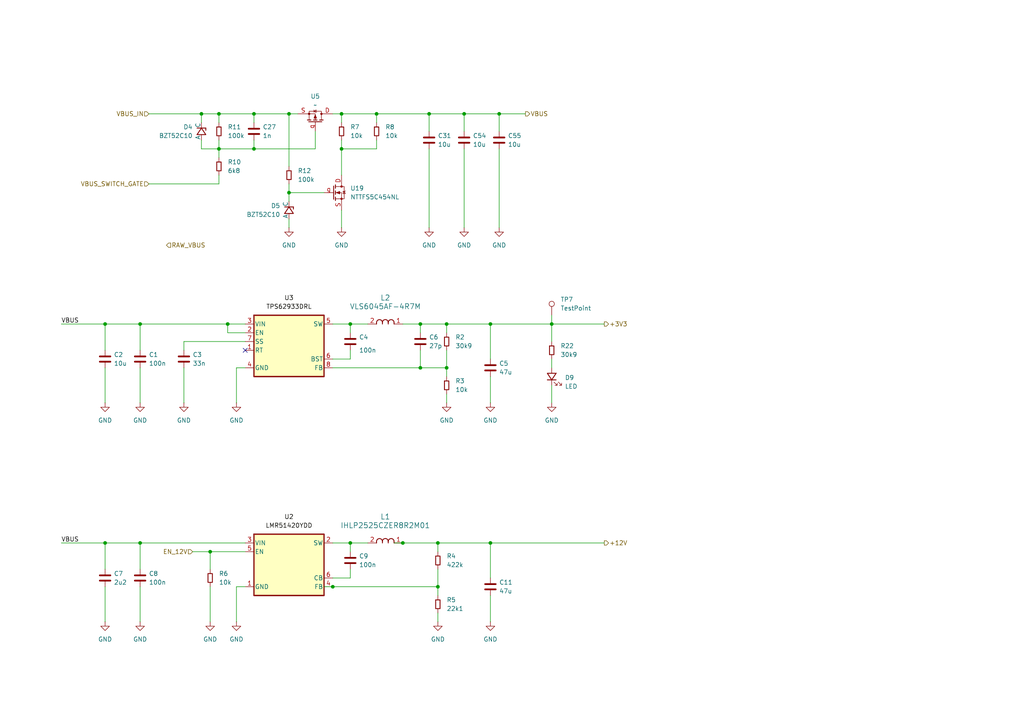
<source format=kicad_sch>
(kicad_sch (version 20250114) (generator "eeschema") (generator_version "9.0")
  (paper "A4")
  (lib_symbols
    (symbol "Connector:TestPoint" (pin_numbers (hide yes)) (pin_names (offset 0.762) (hide yes))
      (property "Reference" "TP" (at 0 6.858 0))
      (property "Value" "TestPoint" (at 0 5.08 0))
      (symbol "TestPoint_0_1"
        (circle (center 0 3.302) (radius 0.762))
      )
      (symbol "TestPoint_1_1"
        (pin passive line (at 0 0 90) (length 2.54) (name "1") (number "1"))
      )
    )
    (symbol "Device:C" (pin_numbers (hide yes)) (pin_names (offset 0.254))
      (property "Reference" "C" (at 0.635 2.54 0))
      (property "Value" "C" (at 0.635 -2.54 0))
      (symbol "C_0_1"
        (polyline (pts (xy -1.524 0.762) (xy 1.524 0.762)) (stroke (width 0.508)))
        (polyline (pts (xy -1.524 -0.762) (xy 1.524 -0.762)) (stroke (width 0.508)))
      )
      (symbol "C_1_1"
        (pin passive line (at 0 2.54 270) (length 1.524) (name "~") (number "1"))
        (pin passive line (at 0 -2.54 90) (length 1.524) (name "~") (number "2"))
      )
    )
    (symbol "Device:LED" (pin_numbers (hide yes)) (pin_names (offset 1.016) (hide yes))
      (symbol "LED_0_1"
        (polyline (pts (xy -1.5875 -0.635) (xy -2.54 -1.5875) (xy -1.905 -1.5875) (xy -2.54 -1.5875) (xy -2.54 -0.9525)))
        (polyline (pts (xy -1.5875 -1.905) (xy -2.54 -2.8575) (xy -1.905 -2.8575) (xy -2.54 -2.8575) (xy -2.54 -2.2225)))
        (polyline (pts (xy -0.9525 -1.27) (xy -0.9525 1.27)) (stroke (width 0.254)))
        (polyline (pts (xy 0.9525 -1.27) (xy 0.9525 1.27) (xy -0.9525 0) (xy 0.9525 -1.27)) (stroke (width 0.254)))
      )
      (symbol "LED_1_1"
        (pin passive line (at -2.54 0 0) (length 1.524) (name "K") (number "1"))
        (pin passive line (at 2.54 0 180) (length 1.524) (name "A") (number "2"))
      )
    )
    (symbol "Device:R" (pin_numbers (hide yes)) (pin_names (offset 0))
      (symbol "R_0_1"
        (rectangle (start -0.635 1.27) (end 0.635 -1.27) (stroke (width 0.254)))
      )
      (symbol "R_1_1"
        (pin passive line (at 0 2.54 270) (length 1.27) (name "~") (number "1"))
        (pin passive line (at 0 -2.54 90) (length 1.27) (name "~") (number "2"))
      )
    )
    (symbol "power:GND" (power) (pin_numbers (hide yes)) (pin_names (offset 0) (hide yes))
      (property "Value" "GND" (at 0 -3.81 0))
      (symbol "GND_0_1"
        (polyline (pts (xy 0 0) (xy 0 -1.27) (xy 1.27 -1.27) (xy 0 -2.54) (xy -1.27 -1.27) (xy 0 -1.27)))
      )
      (symbol "GND_1_1"
        (pin power_in line (at 0 0 270) (length 0) (name "~") (number "1"))
      )
    )
    (symbol "simplified_spincoater_v1:AON7409"
      (property "Reference" "Q" (at -2.54 5.08 0))
      (property "Value" "AON7409" (at 0 5.08 0))
      (symbol "AON7409_0_1"
        (polyline (pts (xy 2.794 1.905) (xy 2.794 -1.905)) (stroke (width 0.254)))
        (polyline (pts (xy 3.302 2.286) (xy 3.302 1.27)) (stroke (width 0.254)))
        (polyline (pts (xy 3.302 1.778) (xy 5.842 1.778) (xy 5.842 -1.778) (xy 3.302 -1.778)))
        (polyline (pts (xy 3.302 0.508) (xy 3.302 -0.508)) (stroke (width 0.254)))
        (polyline (pts (xy 3.302 -1.27) (xy 3.302 -2.286)) (stroke (width 0.254)))
        (polyline (pts (xy 4.826 0) (xy 3.81 0.381) (xy 3.81 -0.381) (xy 4.826 0)) (fill (type outline)))
        (circle (center 5.08 1.778) (radius 0.254) (fill (type outline)))
        (circle (center 5.08 -1.778) (radius 0.254) (fill (type outline)))
        (polyline (pts (xy 5.08 -1.905) (xy 5.08 0) (xy 3.302 0)))
        (polyline (pts (xy 5.461 -0.381) (xy 6.223 -0.381)))
        (polyline (pts (xy 5.842 -0.381) (xy 5.461 0.254) (xy 6.223 0.254) (xy 5.842 -0.381)))
      )
      (symbol "AON7409_1_1"
        (pin input line (at 0 0 0) (length 2.794) (hide yes) (name "") (number "4"))
        (pin input line (at 0 0 0) (length 2.794) (name "") (number "g"))
        (pin power_out line (at 5.08 5.08 270) (length 3.175) (hide yes) (name "") (number "5"))
        (pin power_out line (at 5.08 5.08 270) (length 3.175) (hide yes) (name "") (number "6"))
        (pin power_out line (at 5.08 5.08 270) (length 3.175) (hide yes) (name "") (number "7"))
        (pin power_out line (at 5.08 5.08 270) (length 3.175) (hide yes) (name "") (number "8"))
        (pin power_out line (at 5.08 5.08 270) (length 3.175) (hide yes) (name "") (number "9"))
        (pin power_out line (at 5.08 5.08 270) (length 3.175) (name "") (number "D"))
        (pin power_out line (at 5.08 -5.08 90) (length 3.175) (hide yes) (name "") (number "1"))
        (pin power_out line (at 5.08 -5.08 90) (length 3.175) (hide yes) (name "") (number "2"))
        (pin power_out line (at 5.08 -5.08 90) (length 3.175) (hide yes) (name "") (number "3"))
        (pin power_in line (at 5.08 -5.08 90) (length 3.175) (name "") (number "S"))
      )
    )
    (symbol "simplified_spincoater_v1:BZT52C10" (pin_numbers (hide yes)) (pin_names (offset 0))
      (property "Reference" "D" (at 0 5.08 0))
      (property "Value" "BZT52C10" (at 0 3.175 0))
      (symbol "BZT52C10_0_1"
        (polyline (pts (xy -0.9525 1.27) (xy -0.3175 1.27)) (stroke (width 0.254)))
        (polyline (pts (xy -0.9525 -1.27) (xy -0.9525 1.27)) (stroke (width 0.254)))
        (polyline (pts (xy 0.9525 -1.27) (xy 0.9525 1.27) (xy -0.9525 0) (xy 0.9525 -1.27)) (stroke (width 0.254)))
      )
      (symbol "BZT52C10_1_1"
        (pin passive line (at -2.54 0 0) (length 1.524) (name "C") (number "1"))
        (pin passive line (at 2.54 0 180) (length 1.524) (name "A") (number "2"))
      )
    )
    (symbol "simplified_spincoater_v1:IHLP2525CZER8R2M01" (pin_names (offset 0.254))
      (symbol "IHLP2525CZER8R2M01_0_1"
        (polyline (pts (xy -2.5406 0) (xy -2.5406 0.4233)) (stroke (width 0.254)))
        (arc (start -2.5407 0.4233) (mid -1.694 1.27) (end -0.8473 0.4233) (stroke (width 0.254)))
        (polyline (pts (xy -0.8474 0.4233) (xy -0.8474 0)) (stroke (width 0.254)))
        (arc (start -0.8473 0.4233) (mid -0.0006 1.2831) (end 0.8461 0.4233) (stroke (width 0.254)))
        (polyline (pts (xy 0.8458 0.4233) (xy 0.8458 0)) (stroke (width 0.254)))
        (arc (start 0.8461 0.4233) (mid 1.6928 1.27) (end 2.5395 0.4233) (stroke (width 0.254)))
        (polyline (pts (xy 1.9044 -0.635) (xy 1.9044 -0.635)) (stroke (width 0.254)))
        (polyline (pts (xy 2.539 0.4233) (xy 2.539 0)) (stroke (width 0.254)))
      )
      (symbol "IHLP2525CZER8R2M01_1_1"
        (pin unspecified line (at -5.08 0 0) (length 2.54) (name "") (number "2"))
        (pin unspecified line (at 5.0792 0 180) (length 2.54) (name "") (number "1"))
      )
      (symbol "IHLP2525CZER8R2M01_1_2"
        (arc (start -1.27 10.16) (mid -2.5344 11.43) (end -1.27 12.7) (stroke (width 0.254)))
        (arc (start -1.27 7.62) (mid -2.5344 8.89) (end -1.27 10.16) (stroke (width 0.254)))
        (arc (start -1.27 5.08) (mid -2.5344 6.35) (end -1.27 7.62) (stroke (width 0.254)))
        (arc (start -1.27 2.54) (mid -2.5344 3.81) (end -1.27 5.08) (stroke (width 0.254)))
        (polyline (pts (xy 0 12.7) (xy -1.27 12.7)) (stroke (width 0.2032)))
        (polyline (pts (xy 0 10.16) (xy -1.27 10.16)) (stroke (width 0.2032)))
        (polyline (pts (xy 0 7.62) (xy -1.27 7.62)) (stroke (width 0.2032)))
        (polyline (pts (xy 0 5.08) (xy -1.27 5.08)) (stroke (width 0.2032)))
        (polyline (pts (xy 0 2.54) (xy -1.27 2.54)) (stroke (width 0.2032)))
        (pin unspecified line (at 0 15.24 270) (length 2.54) (name "1") (number "1"))
        (pin unspecified line (at 0 0 90) (length 2.54) (name "2") (number "2"))
      )
    )
    (symbol "simplified_spincoater_v1:LMR51420YDD" (pin_names (offset 0.254))
      (property "Reference" "U" (at 0 0 0))
      (property "Value" "LMR51420YDD" (at 0 -20.32 0))
      (symbol "LMR51420YDD_0_1"
        (pin power_in line (at -2.54 -2.54 0) (length 2.54) (name "VIN") (number "3"))
        (pin input line (at -2.54 -5.08 0) (length 2.54) (name "EN") (number "5"))
      )
      (symbol "LMR51420YDD_1_1"
        (rectangle (start 0 0) (end 20.32 -17.78) (stroke (width 0.381)) (fill (type background)))
        (pin power_in line (at -2.54 -15.24 0) (length 2.54) (name "GND") (number "1"))
        (pin power_out line (at 22.86 -2.54 180) (length 2.54) (name "SW") (number "2"))
        (pin power_out line (at 22.86 -12.7 180) (length 2.54) (name "CB") (number "6"))
        (pin input line (at 22.86 -15.24 180) (length 2.54) (name "FB") (number "4"))
      )
    )
    (symbol "simplified_spincoater_v1:NTTFS5C454NL"
      (property "Reference" "U" (at 0 0 0))
      (property "Value" "NTTFS5C454NL" (at 5.6388 30.5562 0))
      (symbol "NTTFS5C454NL_0_1"
        (polyline (pts (xy 2.794 1.905) (xy 2.794 -1.905)) (stroke (width 0.254)))
        (polyline (pts (xy 3.302 2.286) (xy 3.302 1.27)) (stroke (width 0.254)))
        (polyline (pts (xy 3.302 1.778) (xy 5.842 1.778) (xy 5.842 -1.778) (xy 3.302 -1.778)))
        (polyline (pts (xy 3.302 0.508) (xy 3.302 -0.508)) (stroke (width 0.254)))
        (polyline (pts (xy 3.302 -1.27) (xy 3.302 -2.286)) (stroke (width 0.254)))
        (polyline (pts (xy 3.556 0) (xy 4.572 -0.381) (xy 4.572 0.381) (xy 3.556 0)) (fill (type outline)))
        (circle (center 5.08 1.778) (radius 0.254) (fill (type outline)))
        (circle (center 5.08 -1.778) (radius 0.254) (fill (type outline)))
        (polyline (pts (xy 5.08 -1.905) (xy 5.08 0) (xy 3.302 0)))
        (polyline (pts (xy 5.6388 0.381) (xy 5.4356 0.254)))
        (polyline (pts (xy 5.8294 0.381) (xy 6.2104 -0.254) (xy 5.4484 -0.254) (xy 5.8294 0.381)))
        (polyline (pts (xy 6.0452 0.381) (xy 5.6388 0.381)))
        (polyline (pts (xy 6.0452 0.381) (xy 6.0452 0.381)))
        (polyline (pts (xy 6.0452 0.381) (xy 6.223 0.508)))
      )
      (symbol "NTTFS5C454NL_1_1"
        (pin input line (at 0 0 0) (length 2.794) (hide yes) (name "") (number "4"))
        (pin input line (at 0 0 0) (length 2.794) (name "") (number "g"))
        (pin power_out line (at 5.08 5.08 270) (length 3.175) (hide yes) (name "") (number "5"))
        (pin power_out line (at 5.08 5.08 270) (length 3.175) (hide yes) (name "") (number "6"))
        (pin power_out line (at 5.08 5.08 270) (length 3.175) (hide yes) (name "") (number "7"))
        (pin power_out line (at 5.08 5.08 270) (length 3.175) (hide yes) (name "") (number "8"))
        (pin power_out line (at 5.08 5.08 270) (length 3.175) (name "") (number "D"))
        (pin power_out line (at 5.08 -5.08 90) (length 3.175) (hide yes) (name "") (number "1"))
        (pin power_out line (at 5.08 -5.08 90) (length 3.175) (hide yes) (name "") (number "2"))
        (pin power_out line (at 5.08 -5.08 90) (length 3.175) (hide yes) (name "") (number "3"))
        (pin power_in line (at 5.08 -5.08 90) (length 3.175) (name "") (number "S"))
      )
    )
    (symbol "simplified_spincoater_v1:TPS62933DRL" (pin_names (offset 0.254))
      (symbol "TPS62933DRL_0_1"
        (pin input line (at -2.54 -5.08 0) (length 2.54) (name "EN") (number "2"))
        (pin power_in line (at -2.54 -15.24 0) (length 2.54) (name "GND") (number "4"))
        (pin input line (at 22.86 -15.24 180) (length 2.54) (name "FB") (number "8"))
      )
      (symbol "TPS62933DRL_1_1"
        (rectangle (start 0 0) (end 20.32 -17.78) (stroke (width 0.381)) (fill (type background)))
        (pin power_in line (at -2.54 -2.54 0) (length 2.54) (name "VIN") (number "3"))
        (pin input line (at -2.54 -7.62 0) (length 2.54) (name "SS") (number "7"))
        (pin input line (at -2.54 -10.16 0) (length 2.54) (name "RT") (number "1"))
        (pin power_out line (at 22.86 -2.54 180) (length 2.54) (name "SW") (number "5"))
        (pin power_out line (at 22.86 -12.7 180) (length 2.54) (name "BST") (number "6"))
      )
    )
    (symbol "simplified_spincoater_v1:VLS6045AF-4R7M" (pin_names (offset 0.254))
      (property "Reference" "L" (at -0.635 5.08 0))
      (property "Value" "VLS6045AF-4R7M" (at -0.635 -2.54 0))
      (symbol "VLS6045AF-4R7M_0_1"
        (polyline (pts (xy -2.5398 0) (xy -2.5398 0.4233)) (stroke (width 0.254)))
        (arc (start -2.5399 0.4233) (mid -1.6932 1.27) (end -0.8465 0.4233) (stroke (width 0.254)))
        (polyline (pts (xy -0.8466 0.4233) (xy -0.8466 0)) (stroke (width 0.254)))
        (arc (start -0.8465 0.4233) (mid 0.0002 1.2831) (end 0.8469 0.4233) (stroke (width 0.254)))
        (polyline (pts (xy 0.8466 0.4233) (xy 0.8466 0)) (stroke (width 0.254)))
        (arc (start 0.8469 0.4233) (mid 1.6936 1.27) (end 2.5403 0.4233) (stroke (width 0.254)))
        (polyline (pts (xy 1.905 -0.635) (xy 1.905 -0.635)) (stroke (width 0.2032)))
        (polyline (pts (xy 1.9052 -0.635) (xy 1.9052 -0.635)) (stroke (width 0.254)))
        (polyline (pts (xy 2.5398 0.4233) (xy 2.5398 0)) (stroke (width 0.254)))
      )
      (symbol "VLS6045AF-4R7M_1_1"
        (pin unspecified line (at -5.08 0 0) (length 2.54) (name "") (number "2"))
        (pin unspecified line (at 5.08 0 180) (length 2.54) (name "") (number "1"))
      )
    )
  )
  (junction (at 121.92 106.68))
  (junction (at 63.5 33.02))
  (junction (at 116.84 -71.12))
  (junction (at 144.78 33.02))
  (junction (at 73.66 33.02))
  (junction (at 96.52 170.18))
  (junction (at 66.04 93.98))
  (junction (at 63.5 43.18))
  (junction (at 142.24 93.98))
  (junction (at 127 170.18))
  (junction (at 116.8392 157.48))
  (junction (at 101.6 157.48))
  (junction (at 160.02 93.98))
  (junction (at 99.06 33.02))
  (junction (at 195.58 -71.12))
  (junction (at 99.06 43.18))
  (junction (at 40.64 157.48))
  (junction (at 129.54 93.98))
  (junction (at 109.22 33.02))
  (junction (at 60.96 160.02))
  (junction (at 124.46 33.02))
  (junction (at 142.24 157.48))
  (junction (at 30.48 93.98))
  (junction (at 129.54 106.68))
  (junction (at 58.42 33.02))
  (junction (at 83.82 33.02))
  (junction (at 121.92 93.98))
  (junction (at 30.48 157.48))
  (junction (at 101.6 93.98))
  (junction (at 83.82 55.88))
  (junction (at 73.66 43.18))
  (junction (at 40.64 93.98))
  (junction (at 127 157.48))
  (junction (at 134.62 33.02))
  (no_connect (at 71.12 101.6))
  (wire (pts (xy 129.54 114.3) (xy 129.54 116.84)))
  (wire (pts (xy 116.8392 157.48) (xy 127 157.48)))
  (wire (pts (xy 101.6 160.02) (xy 101.6 157.48)))
  (wire (pts (xy 121.92 93.98) (xy 129.54 93.98)))
  (wire (pts (xy 30.48 93.98) (xy 40.64 93.98)))
  (wire (pts (xy 142.24 172.72) (xy 142.24 180.34)))
  (wire (pts (xy 66.04 93.98) (xy 66.04 96.52)))
  (wire (pts (xy 101.6 93.98) (xy 96.52 93.98)))
  (wire (pts (xy 127 177.8) (xy 127 180.34)))
  (wire (pts (xy 40.64 93.98) (xy 66.04 93.98)))
  (wire (pts (xy 83.82 55.88) (xy 93.98 55.88)))
  (wire (pts (xy 121.92 -73.66) (xy 121.92 -71.12)))
  (wire (pts (xy 116.84 -60.96) (xy 116.84 -58.42)))
  (wire (pts (xy 182.88 -71.12) (xy 195.58 -71.12)))
  (wire (pts (xy 30.48 157.48) (xy 40.64 157.48)))
  (wire (pts (xy 127 157.48) (xy 142.24 157.48)))
  (wire (pts (xy 109.22 43.18) (xy 99.06 43.18)))
  (wire (pts (xy 160.02 93.98) (xy 160.02 99.06)))
  (wire (pts (xy 60.96 160.02) (xy 60.96 165.1)))
  (wire (pts (xy 96.52 106.68) (xy 121.92 106.68)))
  (wire (pts (xy 144.78 33.02) (xy 144.78 38.1)))
  (wire (pts (xy 30.48 106.68) (xy 30.48 116.84)))
  (wire (pts (xy 83.82 33.02) (xy 86.36 33.02)))
  (wire (pts (xy 160.02 111.76) (xy 160.02 116.84)))
  (wire (pts (xy 40.64 106.68) (xy 40.64 116.84)))
  (wire (pts (xy 129.54 93.98) (xy 142.24 93.98)))
  (wire (pts (xy 53.34 99.06) (xy 53.34 101.6)))
  (wire (pts (xy 144.78 43.18) (xy 144.78 66.04)))
  (wire (pts (xy 17.78 93.98) (xy 30.48 93.98)))
  (wire (pts (xy 104.14 -71.12) (xy 116.84 -71.12)))
  (wire (pts (xy 73.66 43.18) (xy 91.44 43.18)))
  (wire (pts (xy 17.78 157.48) (xy 30.48 157.48)))
  (wire (pts (xy 96.52 167.64) (xy 101.6 167.64)))
  (wire (pts (xy 96.52 104.14) (xy 101.6 104.14)))
  (wire (pts (xy 63.5 40.64) (xy 63.5 43.18)))
  (wire (pts (xy 142.24 167.64) (xy 142.24 157.48)))
  (wire (pts (xy 58.42 33.02) (xy 63.5 33.02)))
  (wire (pts (xy 68.58 106.68) (xy 71.12 106.68)))
  (wire (pts (xy 116.84 93.98) (xy 121.92 93.98)))
  (wire (pts (xy 101.6 96.52) (xy 101.6 93.98)))
  (wire (pts (xy 60.96 160.02) (xy 71.12 160.02)))
  (wire (pts (xy 124.46 33.02) (xy 124.46 38.1)))
  (wire (pts (xy 58.42 43.18) (xy 63.5 43.18)))
  (wire (pts (xy 43.18 53.34) (xy 63.5 53.34)))
  (wire (pts (xy 53.34 106.68) (xy 53.34 116.84)))
  (wire (pts (xy 99.06 40.64) (xy 99.06 43.18)))
  (wire (pts (xy 40.64 101.6) (xy 40.64 93.98)))
  (wire (pts (xy 142.24 93.98) (xy 160.02 93.98)))
  (wire (pts (xy 114.2992 157.48) (xy 116.8392 157.48)))
  (wire (pts (xy 40.64 170.18) (xy 40.64 180.34)))
  (wire (pts (xy 83.82 58.42) (xy 83.82 55.88)))
  (wire (pts (xy 121.92 106.68) (xy 129.54 106.68)))
  (wire (pts (xy 63.5 43.18) (xy 63.5 45.72)))
  (wire (pts (xy 40.64 165.1) (xy 40.64 157.48)))
  (wire (pts (xy 124.46 33.02) (xy 134.62 33.02)))
  (wire (pts (xy 93.98 170.18) (xy 96.52 170.18)))
  (wire (pts (xy 101.6 93.98) (xy 106.68 93.98)))
  (wire (pts (xy 160.02 104.14) (xy 160.02 106.68)))
  (wire (pts (xy 134.62 43.18) (xy 134.62 66.04)))
  (wire (pts (xy 40.64 157.48) (xy 71.12 157.48)))
  (wire (pts (xy 96.52 170.18) (xy 127 170.18)))
  (wire (pts (xy 83.82 63.5) (xy 83.82 66.04)))
  (wire (pts (xy 63.5 53.34) (xy 63.5 50.8)))
  (wire (pts (xy 160.02 93.98) (xy 175.26 93.98)))
  (wire (pts (xy 99.06 43.18) (xy 99.06 50.8)))
  (wire (pts (xy 195.58 -71.12) (xy 195.58 -66.04)))
  (wire (pts (xy 124.46 43.18) (xy 124.46 66.04)))
  (wire (pts (xy 83.82 33.02) (xy 83.82 48.26)))
  (wire (pts (xy 60.96 170.18) (xy 60.96 180.34)))
  (wire (pts (xy 30.48 170.18) (xy 30.48 180.34)))
  (wire (pts (xy 142.24 157.48) (xy 175.26 157.48)))
  (wire (pts (xy 121.92 -71.12) (xy 116.84 -71.12)))
  (wire (pts (xy 68.58 116.84) (xy 68.58 106.68)))
  (wire (pts (xy 71.12 96.52) (xy 66.04 96.52)))
  (wire (pts (xy 127 170.18) (xy 127 172.72)))
  (wire (pts (xy 66.04 93.98) (xy 71.12 93.98)))
  (wire (pts (xy 200.66 -73.66) (xy 200.66 -71.12)))
  (wire (pts (xy 129.54 101.6) (xy 129.54 106.68)))
  (wire (pts (xy 91.44 38.1) (xy 91.44 43.18)))
  (wire (pts (xy 144.78 33.02) (xy 152.4 33.02)))
  (wire (pts (xy 127 165.1) (xy 127 170.18)))
  (wire (pts (xy 109.22 40.64) (xy 109.22 43.18)))
  (wire (pts (xy 55.88 160.02) (xy 60.96 160.02)))
  (wire (pts (xy 109.22 33.02) (xy 109.22 35.56)))
  (wire (pts (xy 116.84 -53.34) (xy 116.84 -48.26)))
  (wire (pts (xy 99.06 33.02) (xy 99.06 35.56)))
  (wire (pts (xy 195.58 -60.96) (xy 195.58 -58.42)))
  (wire (pts (xy 30.48 93.98) (xy 30.48 101.6)))
  (wire (pts (xy 68.58 170.18) (xy 71.12 170.18)))
  (wire (pts (xy 121.92 101.6) (xy 121.92 106.68)))
  (wire (pts (xy 101.6 104.14) (xy 101.6 101.6)))
  (wire (pts (xy 134.62 33.02) (xy 134.62 38.1)))
  (wire (pts (xy 58.42 40.64) (xy 58.42 43.18)))
  (wire (pts (xy 129.54 93.98) (xy 129.54 96.52)))
  (wire (pts (xy 160.02 91.44) (xy 160.02 93.98)))
  (wire (pts (xy 127 157.48) (xy 127 160.02)))
  (wire (pts (xy 101.6 157.48) (xy 96.52 157.48)))
  (wire (pts (xy 73.66 33.02) (xy 83.82 33.02)))
  (wire (pts (xy 101.6 167.64) (xy 101.6 165.1)))
  (wire (pts (xy 68.58 180.34) (xy 68.58 170.18)))
  (wire (pts (xy 63.5 33.02) (xy 63.5 35.56)))
  (wire (pts (xy 73.66 40.64) (xy 73.66 43.18)))
  (wire (pts (xy 109.22 33.02) (xy 124.46 33.02)))
  (wire (pts (xy 99.06 33.02) (xy 109.22 33.02)))
  (wire (pts (xy 142.24 104.14) (xy 142.24 93.98)))
  (wire (pts (xy 53.34 99.06) (xy 71.12 99.06)))
  (wire (pts (xy 129.54 106.68) (xy 129.54 109.22)))
  (wire (pts (xy 134.62 33.02) (xy 144.78 33.02)))
  (wire (pts (xy 116.84 -71.12) (xy 116.84 -66.04)))
  (wire (pts (xy 43.18 33.02) (xy 58.42 33.02)))
  (wire (pts (xy 99.06 60.96) (xy 99.06 66.04)))
  (wire (pts (xy 142.24 109.22) (xy 142.24 116.84)))
  (wire (pts (xy 73.66 33.02) (xy 73.66 35.56)))
  (wire (pts (xy 96.52 33.02) (xy 99.06 33.02)))
  (wire (pts (xy 63.5 43.18) (xy 73.66 43.18)))
  (wire (pts (xy 200.66 -71.12) (xy 195.58 -71.12)))
  (wire (pts (xy 101.6 157.48) (xy 106.68 157.48)))
  (wire (pts (xy 30.48 165.1) (xy 30.48 157.48)))
  (wire (pts (xy 121.92 96.52) (xy 121.92 93.98)))
  (wire (pts (xy 58.42 35.56) (xy 58.42 33.02)))
  (wire (pts (xy 63.5 33.02) (xy 73.66 33.02)))
  (wire (pts (xy 195.58 -53.34) (xy 195.58 -48.26)))
  (wire (pts (xy 83.82 53.34) (xy 83.82 55.88)))
  (label "VBUS" (at 104.14 -71.12 0))
  (label "VBUS" (at 17.78 93.98 0))
  (label "VBUS" (at 17.78 157.48 0))
  (label "+12V" (at 182.88 -71.12 0))
  (hierarchical_label "+3V3" (shape output) (at 175.26 93.98 0))
  (hierarchical_label "RAW_VBUS" (shape input) (at 48.26 71.12 0))
  (hierarchical_label "+12V" (shape output) (at 175.26 157.48 0))
  (hierarchical_label "VBUS_IN" (shape input) (at 43.18 33.02 180))
  (hierarchical_label "EN_12V" (shape input) (at 55.88 160.02 180))
  (hierarchical_label "VBUS" (shape output) (at 152.4 33.02 0))
  (hierarchical_label "VBUS_SWITCH_GATE" (shape input) (at 43.18 53.34 180))
  (symbol (lib_id "power:GND") (at 99.06 66.04 0) (unit 1)
    (property "Reference" "#PWR0121" (effects (hide yes)))
    (property "Value" "GND" (at 99.06 71.12 0))
    (property "Description" "Power symbol creates a global label with name \"GND\" , ground" (effects (hide yes)))
  )
  (symbol (lib_id "power:GND") (at 160.02 116.84 0) (unit 1)
    (property "Reference" "#PWR067" (effects (hide yes)))
    (property "Value" "GND" (at 160.02 121.92 0))
    (property "Description" "Power symbol creates a global label with name \"GND\" , ground" (effects (hide yes)))
  )
  (symbol (lib_id "power:GND") (at 124.46 66.04 0) (unit 1)
    (property "Reference" "#PWR035" (effects (hide yes)))
    (property "Value" "GND" (at 124.46 71.12 0))
    (property "Description" "Power symbol creates a global label with name \"GND\" , ground" (effects (hide yes)))
  )
  (symbol (lib_id "Device:R") (at 127 162.56 0) (unit 1)
    (property "Reference" "R4" (at 129.54 161.2899 0) (effects (justify left)))
    (property "Value" "422k" (at 129.54 163.8299 0) (effects (justify left)))
    (property "Footprint" "Resistor_SMD:R_0201_0603Metric" (effects (hide yes)))
    (property "Description" "Resistor" (effects (hide yes)))
  )
  (symbol (lib_id "Device:R") (at 60.96 167.64 0) (unit 1)
    (property "Reference" "R6" (at 63.5 166.3699 0) (effects (justify left)))
    (property "Value" "10k" (at 63.5 168.9099 0) (effects (justify left)))
    (property "Footprint" "Resistor_SMD:R_0201_0603Metric" (effects (hide yes)))
    (property "Description" "Resistor" (effects (hide yes)))
  )
  (symbol (lib_id "Device:R") (at 83.82 50.8 0) (unit 1)
    (property "Reference" "R12" (at 86.36 49.5299 0) (effects (justify left)))
    (property "Value" "100k" (at 86.36 52.0699 0) (effects (justify left)))
    (property "Footprint" "Resistor_SMD:R_0201_0603Metric" (effects (hide yes)))
    (property "Description" "Resistor" (effects (hide yes)))
  )
  (symbol (lib_id "power:GND") (at 142.24 180.34 0) (unit 1)
    (property "Reference" "#PWR013" (effects (hide yes)))
    (property "Value" "GND" (at 142.24 185.42 0))
    (property "Description" "Power symbol creates a global label with name \"GND\" , ground" (effects (hide yes)))
  )
  (symbol (lib_id "Connector:TestPoint") (at 121.92 -73.66 0) (unit 1)
    (property "Reference" "TP6" (at 124.46 -78.2321 0) (effects (justify left)))
    (property "Value" "TestPoint" (at 124.46 -75.6921 0) (effects (justify left)))
    (property "Footprint" "TestPoint:TestPoint_Loop_D2.54mm_Drill1.5mm_Beaded" (effects (hide yes)))
    (property "Description" "test point" (effects (hide yes)))
  )
  (symbol (lib_id "Device:C") (at 53.34 104.14 0) (unit 1)
    (property "Reference" "C3" (at 55.88 102.8699 0) (effects (justify left)))
    (property "Value" "33n" (at 55.88 105.4099 0) (effects (justify left)))
    (property "Footprint" "Capacitor_SMD:C_0402_1005Metric" (effects (hide yes)))
    (property "Description" "Unpolarized capacitor" (effects (hide yes)))
  )
  (symbol (lib_id "power:GND") (at 40.64 116.84 0) (unit 1)
    (property "Reference" "#PWR05" (effects (hide yes)))
    (property "Value" "GND" (at 40.64 121.92 0))
    (property "Description" "Power symbol creates a global label with name \"GND\" , ground" (effects (hide yes)))
  )
  (symbol (lib_id "simplified_spincoater_v1:VLS6045AF-4R7M") (at 111.76 93.98 0) (unit 1)
    (property "Reference" "L2" (at 111.76 86.36 0) (effects (font (size 1.524 1.524))))
    (property "Value" "VLS6045AF-4R7M" (at 111.76 88.9 0) (effects (font (size 1.524 1.524))))
    (property "Footprint" "simplified_spincoater_v1:VLS6045AF-4R7M" (effects (hide yes)))
    (property "Datasheet" "kicad-embed://VLS6045AF-4R7M.pdf" (effects (hide yes)))
  )
  (symbol (lib_id "Device:LED") (at 116.84 -55.88 90) (unit 1)
    (property "Reference" "D8" (at 120.65 -55.5626 90) (effects (justify right)))
    (property "Value" "LED" (at 120.65 -53.0226 90) (effects (justify right)))
    (property "Footprint" "Diode_SMD:D_0402_1005Metric" (effects (hide yes)))
    (property "Description" "Light emitting diode" (effects (hide yes)))
    (property "Sim.Pins" "1=K 2=A" (effects (hide yes)))
  )
  (symbol (lib_id "power:GND") (at 142.24 116.84 0) (unit 1)
    (property "Reference" "#PWR08" (effects (hide yes)))
    (property "Value" "GND" (at 142.24 121.92 0))
    (property "Description" "Power symbol creates a global label with name \"GND\" , ground" (effects (hide yes)))
  )
  (symbol (lib_id "power:GND") (at 60.96 180.34 0) (unit 1)
    (property "Reference" "#PWR015" (effects (hide yes)))
    (property "Value" "GND" (at 60.96 185.42 0))
    (property "Description" "Power symbol creates a global label with name \"GND\" , ground" (effects (hide yes)))
  )
  (symbol (lib_id "Device:C") (at 134.62 40.64 0) (unit 1)
    (property "Reference" "C54" (at 137.16 39.3699 0) (effects (justify left)))
    (property "Value" "10u" (at 137.16 41.9099 0) (effects (justify left)))
    (property "Footprint" "Capacitor_SMD:C_0402_1005Metric" (effects (hide yes)))
    (property "Description" "Unpolarized capacitor" (effects (hide yes)))
  )
  (symbol (lib_id "Device:R") (at 109.22 38.1 0) (unit 1)
    (property "Reference" "R8" (at 111.76 36.8299 0) (effects (justify left)))
    (property "Value" "10k" (at 111.76 39.3699 0) (effects (justify left)))
    (property "Footprint" "Resistor_SMD:R_0201_0603Metric" (effects (hide yes)))
    (property "Description" "Resistor" (effects (hide yes)))
  )
  (symbol (lib_id "power:GND") (at 83.82 66.04 0) (unit 1)
    (property "Reference" "#PWR0122" (effects (hide yes)))
    (property "Value" "GND" (at 83.82 71.12 0))
    (property "Description" "Power symbol creates a global label with name \"GND\" , ground" (effects (hide yes)))
  )
  (symbol (lib_id "Device:R") (at 99.06 38.1 0) (unit 1)
    (property "Reference" "R7" (at 101.6 36.8299 0) (effects (justify left)))
    (property "Value" "10k" (at 101.6 39.3699 0) (effects (justify left)))
    (property "Footprint" "Resistor_SMD:R_0201_0603Metric" (effects (hide yes)))
    (property "Description" "Resistor" (effects (hide yes)))
  )
  (symbol (lib_id "Connector:TestPoint") (at 200.66 -73.66 0) (unit 1)
    (property "Reference" "TP8" (at 203.2 -78.2321 0) (effects (justify left)))
    (property "Value" "TestPoint" (at 203.2 -75.6921 0) (effects (justify left)))
    (property "Footprint" "TestPoint:TestPoint_Loop_D2.54mm_Drill1.5mm_Beaded" (effects (hide yes)))
    (property "Description" "test point" (effects (hide yes)))
  )
  (symbol (lib_id "Device:R") (at 116.84 -63.5 0) (unit 1)
    (property "Reference" "R21" (at 119.38 -64.7701 0) (effects (justify left)))
    (property "Value" "30k9" (at 119.38 -62.2301 0) (effects (justify left)))
    (property "Footprint" "Resistor_SMD:R_0201_0603Metric" (effects (hide yes)))
    (property "Description" "Resistor" (effects (hide yes)))
  )
  (symbol (lib_id "simplified_spincoater_v1:NTTFS5C454NL") (at 93.98 55.88 0) (unit 1)
    (property "Reference" "U19" (at 101.6 54.6099 0) (effects (justify left)))
    (property "Value" "NTTFS5C454NL" (at 101.6 57.1499 0) (effects (justify left)))
    (property "Footprint" "simplified_spincoater_v1:NTTFS5C454NL" (effects (hide yes)))
    (property "Datasheet" "kicad-embed://NTTFS5C454NL.pdf" (effects (hide yes)))
  )
  (symbol (lib_id "Device:R") (at 129.54 111.76 0) (unit 1)
    (property "Reference" "R3" (at 132.08 110.4899 0) (effects (justify left)))
    (property "Value" "10k" (at 132.08 113.0299 0) (effects (justify left)))
    (property "Footprint" "Resistor_SMD:R_0201_0603Metric" (effects (hide yes)))
    (property "Description" "Resistor" (effects (hide yes)))
  )
  (symbol (lib_id "simplified_spincoater_v1:IHLP2525CZER8R2M01") (at 111.76 157.48 0) (unit 1)
    (property "Reference" "L1" (at 111.76 149.86 0) (effects (font (size 1.524 1.524))))
    (property "Value" "IHLP2525CZER8R2M01" (at 111.76 152.4 0) (effects (font (size 1.524 1.524))))
    (property "Footprint" "simplified_spincoater_v1:IHLP2525CZER8R2M01" (effects (hide yes)))
    (property "Datasheet" "kicad-embed://IHLP2525CZER8R2M01.pdf" (effects (hide yes)))
  )
  (symbol (lib_id "power:GND") (at 195.58 -48.26 0) (unit 1)
    (property "Reference" "#PWR068" (effects (hide yes)))
    (property "Value" "GND" (at 195.58 -43.18 0))
    (property "Description" "Power symbol creates a global label with name \"GND\" , ground" (effects (hide yes)))
  )
  (symbol (lib_id "simplified_spincoater_v1:AON7409") (at 91.44 38.1 270) (mirror x) (unit 1)
    (property "Reference" "U5" (at 91.44 27.94 90))
    (property "Value" "~" (at 91.44 30.48 90))
    (property "Footprint" "simplified_spincoater_v1:AON7409" (effects (hide yes)))
    (property "Datasheet" "kicad-embed://AON7409.pdf" (effects (hide yes)))
  )
  (symbol (lib_id "Device:R") (at 129.54 99.06 0) (unit 1)
    (property "Reference" "R2" (at 132.08 97.7899 0) (effects (justify left)))
    (property "Value" "30k9" (at 132.08 100.3299 0) (effects (justify left)))
    (property "Footprint" "Resistor_SMD:R_0201_0603Metric" (effects (hide yes)))
    (property "Description" "Resistor" (effects (hide yes)))
  )
  (symbol (lib_id "power:GND") (at 144.78 66.04 0) (unit 1)
    (property "Reference" "#PWR0113" (effects (hide yes)))
    (property "Value" "GND" (at 144.78 71.12 0))
    (property "Description" "Power symbol creates a global label with name \"GND\" , ground" (effects (hide yes)))
  )
  (symbol (lib_id "Connector:TestPoint") (at 160.02 91.44 0) (unit 1)
    (property "Reference" "TP7" (at 162.56 86.8679 0) (effects (justify left)))
    (property "Value" "TestPoint" (at 162.56 89.4079 0) (effects (justify left)))
    (property "Footprint" "TestPoint:TestPoint_Loop_D2.54mm_Drill1.5mm_Beaded" (effects (hide yes)))
    (property "Description" "test point" (effects (hide yes)))
  )
  (symbol (lib_id "simplified_spincoater_v1:BZT52C10") (at 83.82 60.96 270) (unit 1)
    (property "Reference" "D5" (at 81.28 59.6899 90) (effects (justify right)))
    (property "Value" "BZT52C10" (at 81.28 62.2299 90) (effects (justify right)))
    (property "Footprint" "simplified_spincoater_v1:BZT52C10" (effects (hide yes)))
    (property "Datasheet" "kicad-embed://BZT52C10.pdf" (effects (hide yes)))
    (property "Description" "Diode" (effects (hide yes)))
  )
  (symbol (lib_id "Device:C") (at 124.46 40.64 0) (unit 1)
    (property "Reference" "C31" (at 127 39.3699 0) (effects (justify left)))
    (property "Value" "10u" (at 127 41.9099 0) (effects (justify left)))
    (property "Footprint" "Capacitor_SMD:C_0402_1005Metric" (effects (hide yes)))
    (property "Description" "Unpolarized capacitor" (effects (hide yes)))
  )
  (symbol (lib_id "power:GND") (at 127 180.34 0) (unit 1)
    (property "Reference" "#PWR012" (effects (hide yes)))
    (property "Value" "GND" (at 127 185.42 0))
    (property "Description" "Power symbol creates a global label with name \"GND\" , ground" (effects (hide yes)))
  )
  (symbol (lib_id "Device:R") (at 127 175.26 0) (unit 1)
    (property "Reference" "R5" (at 129.54 173.9899 0) (effects (justify left)))
    (property "Value" "22k1" (at 129.54 176.5299 0) (effects (justify left)))
    (property "Footprint" "Resistor_SMD:R_0201_0603Metric" (effects (hide yes)))
    (property "Description" "Resistor" (effects (hide yes)))
  )
  (symbol (lib_id "Device:R") (at 160.02 101.6 0) (unit 1)
    (property "Reference" "R22" (at 162.56 100.3299 0) (effects (justify left)))
    (property "Value" "30k9" (at 162.56 102.8699 0) (effects (justify left)))
    (property "Footprint" "Resistor_SMD:R_0201_0603Metric" (effects (hide yes)))
    (property "Description" "Resistor" (effects (hide yes)))
  )
  (symbol (lib_id "power:GND") (at 129.54 116.84 0) (unit 1)
    (property "Reference" "#PWR07" (effects (hide yes)))
    (property "Value" "GND" (at 129.54 121.92 0))
    (property "Description" "Power symbol creates a global label with name \"GND\" , ground" (effects (hide yes)))
  )
  (symbol (lib_id "power:GND") (at 134.62 66.04 0) (unit 1)
    (property "Reference" "#PWR073" (effects (hide yes)))
    (property "Value" "GND" (at 134.62 71.12 0))
    (property "Description" "Power symbol creates a global label with name \"GND\" , ground" (effects (hide yes)))
  )
  (symbol (lib_id "power:GND") (at 116.84 -48.26 0) (unit 1)
    (property "Reference" "#PWR066" (effects (hide yes)))
    (property "Value" "GND" (at 116.84 -43.18 0))
    (property "Description" "Power symbol creates a global label with name \"GND\" , ground" (effects (hide yes)))
  )
  (symbol (lib_id "Device:C") (at 144.78 40.64 0) (unit 1)
    (property "Reference" "C55" (at 147.32 39.3699 0) (effects (justify left)))
    (property "Value" "10u" (at 147.32 41.9099 0) (effects (justify left)))
    (property "Footprint" "Capacitor_SMD:C_0402_1005Metric" (effects (hide yes)))
    (property "Description" "Unpolarized capacitor" (effects (hide yes)))
  )
  (symbol (lib_id "Device:C") (at 30.48 104.14 0) (unit 1)
    (property "Reference" "C2" (at 33.02 102.8699 0) (effects (justify left)))
    (property "Value" "10u" (at 33.02 105.4099 0) (effects (justify left)))
    (property "Footprint" "Capacitor_SMD:C_0402_1005Metric" (effects (hide yes)))
    (property "Description" "Unpolarized capacitor" (effects (hide yes)))
  )
  (symbol (lib_id "Device:C") (at 101.6 162.56 0) (unit 1)
    (property "Reference" "C9" (at 104.14 161.2899 0) (effects (justify left)))
    (property "Value" "100n" (at 104.14 163.8299 0) (effects (justify left)))
    (property "Footprint" "Capacitor_SMD:C_0402_1005Metric" (effects (hide yes)))
    (property "Description" "Unpolarized capacitor" (effects (hide yes)))
  )
  (symbol (lib_id "Device:LED") (at 160.02 109.22 90) (unit 1)
    (property "Reference" "D9" (at 163.83 109.5374 90) (effects (justify right)))
    (property "Value" "LED" (at 163.83 112.0774 90) (effects (justify right)))
    (property "Footprint" "Diode_SMD:D_0402_1005Metric" (effects (hide yes)))
    (property "Description" "Light emitting diode" (effects (hide yes)))
    (property "Sim.Pins" "1=K 2=A" (effects (hide yes)))
  )
  (symbol (lib_id "Device:C") (at 101.6 99.06 0) (unit 1)
    (property "Reference" "C4" (at 104.14 97.7899 0) (effects (justify left)))
    (property "Value" "100n" (at 104.14 101.6 0) (effects (justify left)))
    (property "Footprint" "Capacitor_SMD:C_0402_1005Metric" (effects (hide yes)))
    (property "Description" "Unpolarized capacitor" (effects (hide yes)))
  )
  (symbol (lib_id "power:GND") (at 68.58 116.84 0) (unit 1)
    (property "Reference" "#PWR02" (effects (hide yes)))
    (property "Value" "GND" (at 68.58 121.92 0))
    (property "Description" "Power symbol creates a global label with name \"GND\" , ground" (effects (hide yes)))
  )
  (symbol (lib_id "Device:C") (at 40.64 104.14 0) (unit 1)
    (property "Reference" "C1" (at 43.18 102.8699 0) (effects (justify left)))
    (property "Value" "100n" (at 43.18 105.4099 0) (effects (justify left)))
    (property "Footprint" "Capacitor_SMD:C_0402_1005Metric" (effects (hide yes)))
    (property "Description" "Unpolarized capacitor" (effects (hide yes)))
  )
  (symbol (lib_id "power:GND") (at 53.34 116.84 0) (unit 1)
    (property "Reference" "#PWR04" (effects (hide yes)))
    (property "Value" "GND" (at 53.34 121.92 0))
    (property "Description" "Power symbol creates a global label with name \"GND\" , ground" (effects (hide yes)))
  )
  (symbol (lib_id "Device:C") (at 142.24 106.68 0) (unit 1)
    (property "Reference" "C5" (at 144.78 105.4099 0) (effects (justify left)))
    (property "Value" "47u" (at 144.78 107.9499 0) (effects (justify left)))
    (property "Footprint" "Capacitor_SMD:C_0402_1005Metric" (effects (hide yes)))
    (property "Description" "Unpolarized capacitor" (effects (hide yes)))
  )
  (symbol (lib_id "Device:R") (at 63.5 38.1 0) (unit 1)
    (property "Reference" "R11" (at 66.04 36.8299 0) (effects (justify left)))
    (property "Value" "100k" (at 66.04 39.3699 0) (effects (justify left)))
    (property "Footprint" "Resistor_SMD:R_0201_0603Metric" (effects (hide yes)))
    (property "Description" "Resistor" (effects (hide yes)))
  )
  (symbol (lib_id "power:GND") (at 68.58 180.34 0) (unit 1)
    (property "Reference" "#PWR03" (effects (hide yes)))
    (property "Value" "GND" (at 68.58 185.42 0))
    (property "Description" "Power symbol creates a global label with name \"GND\" , ground" (effects (hide yes)))
  )
  (symbol (lib_id "power:GND") (at 30.48 180.34 0) (unit 1)
    (property "Reference" "#PWR010" (effects (hide yes)))
    (property "Value" "GND" (at 30.48 185.42 0))
    (property "Description" "Power symbol creates a global label with name \"GND\" , ground" (effects (hide yes)))
  )
  (symbol (lib_id "Device:C") (at 40.64 167.64 0) (unit 1)
    (property "Reference" "C8" (at 43.18 166.3699 0) (effects (justify left)))
    (property "Value" "100n" (at 43.18 168.9099 0) (effects (justify left)))
    (property "Footprint" "Capacitor_SMD:C_0402_1005Metric" (effects (hide yes)))
    (property "Description" "Unpolarized capacitor" (effects (hide yes)))
  )
  (symbol (lib_id "simplified_spincoater_v1:TPS62933DRL") (at 73.66 91.44 0) (unit 1)
    (property "Reference" "U3" (at 83.82 86.36 0))
    (property "Value" "TPS62933DRL" (at 83.82 88.9 0))
    (property "Footprint" "simplified_spincoater_v1:TPS62933DRL" (effects (hide yes)))
    (property "Datasheet" "kicad-embed://TPS62933DRL.pdf" (effects (hide yes)))
  )
  (symbol (lib_id "Device:R") (at 63.5 48.26 0) (mirror y) (unit 1)
    (property "Reference" "R10" (at 66.04 46.9899 0) (effects (justify right)))
    (property "Value" "6k8" (at 66.04 49.5299 0) (effects (justify right)))
    (property "Footprint" "Resistor_SMD:R_0201_0603Metric" (effects (hide yes)))
    (property "Description" "Resistor" (effects (hide yes)))
  )
  (symbol (lib_id "power:GND") (at 30.48 116.84 0) (unit 1)
    (property "Reference" "#PWR06" (effects (hide yes)))
    (property "Value" "GND" (at 30.48 121.92 0))
    (property "Description" "Power symbol creates a global label with name \"GND\" , ground" (effects (hide yes)))
  )
  (symbol (lib_id "Device:LED") (at 195.58 -55.88 90) (unit 1)
    (property "Reference" "D10" (at 199.39 -55.5626 90) (effects (justify right)))
    (property "Value" "LED" (at 199.39 -53.0226 90) (effects (justify right)))
    (property "Footprint" "Diode_SMD:D_0402_1005Metric" (effects (hide yes)))
    (property "Description" "Light emitting diode" (effects (hide yes)))
    (property "Sim.Pins" "1=K 2=A" (effects (hide yes)))
  )
  (symbol (lib_id "Device:C") (at 73.66 38.1 0) (unit 1)
    (property "Reference" "C27" (at 76.2 36.8299 0) (effects (justify left)))
    (property "Value" "1n" (at 76.2 39.3699 0) (effects (justify left)))
    (property "Footprint" "Capacitor_SMD:C_0402_1005Metric" (effects (hide yes)))
    (property "Description" "Unpolarized capacitor" (effects (hide yes)))
  )
  (symbol (lib_id "simplified_spincoater_v1:BZT52C10") (at 58.42 38.1 270) (unit 1)
    (property "Reference" "D4" (at 55.88 36.8299 90) (effects (justify right)))
    (property "Value" "BZT52C10" (at 55.88 39.3699 90) (effects (justify right)))
    (property "Footprint" "simplified_spincoater_v1:BZT52C10" (effects (hide yes)))
    (property "Datasheet" "kicad-embed://BZT52C10.pdf" (effects (hide yes)))
    (property "Description" "Diode" (effects (hide yes)))
  )
  (symbol (lib_id "power:GND") (at 40.64 180.34 0) (unit 1)
    (property "Reference" "#PWR011" (effects (hide yes)))
    (property "Value" "GND" (at 40.64 185.42 0))
    (property "Description" "Power symbol creates a global label with name \"GND\" , ground" (effects (hide yes)))
  )
  (symbol (lib_id "simplified_spincoater_v1:LMR51420YDD") (at 73.66 154.94 0) (unit 1)
    (property "Reference" "U2" (at 83.82 149.86 0))
    (property "Value" "LMR51420YDD" (at 83.82 152.4 0))
    (property "Footprint" "simplified_spincoater_v1:LMR51420YDD" (effects (hide yes)))
    (property "Datasheet" "kicad-embed://LMR51420YDD.pdf" (effects (hide yes)))
  )
  (symbol (lib_id "Device:C") (at 142.24 170.18 0) (unit 1)
    (property "Reference" "C11" (at 144.78 168.9099 0) (effects (justify left)))
    (property "Value" "47u" (at 144.78 171.4499 0) (effects (justify left)))
    (property "Footprint" "Capacitor_SMD:C_0402_1005Metric" (effects (hide yes)))
    (property "Description" "Unpolarized capacitor" (effects (hide yes)))
  )
  (symbol (lib_id "Device:C") (at 30.48 167.64 0) (unit 1)
    (property "Reference" "C7" (at 33.02 166.3699 0) (effects (justify left)))
    (property "Value" "2u2" (at 33.02 168.9099 0) (effects (justify left)))
    (property "Footprint" "Capacitor_SMD:C_0402_1005Metric" (effects (hide yes)))
    (property "Description" "Unpolarized capacitor" (effects (hide yes)))
  )
  (symbol (lib_id "Device:C") (at 121.92 99.06 0) (unit 1)
    (property "Reference" "C6" (at 124.46 97.7899 0) (effects (justify left)))
    (property "Value" "27p" (at 124.46 100.3299 0) (effects (justify left)))
    (property "Footprint" "Capacitor_SMD:C_0402_1005Metric" (effects (hide yes)))
    (property "Description" "Unpolarized capacitor" (effects (hide yes)))
  )
  (symbol (lib_id "Device:R") (at 195.58 -63.5 0) (unit 1)
    (property "Reference" "R23" (at 198.12 -64.7701 0) (effects (justify left)))
    (property "Value" "30k9" (at 198.12 -62.2301 0) (effects (justify left)))
    (property "Footprint" "Resistor_SMD:R_0201_0603Metric" (effects (hide yes)))
    (property "Description" "Resistor" (effects (hide yes)))
  )
)
</source>
